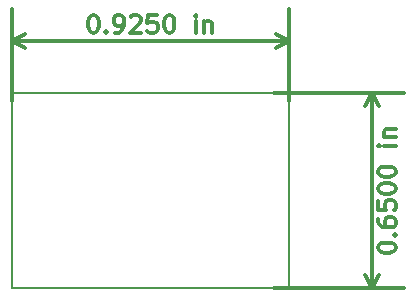
<source format=gbr>
G04 #@! TF.FileFunction,Drawing*
%FSLAX46Y46*%
G04 Gerber Fmt 4.6, Leading zero omitted, Abs format (unit mm)*
G04 Created by KiCad (PCBNEW 4.0.0-rc1-stable) date 11/30/2015 5:11:31 PM*
%MOMM*%
G01*
G04 APERTURE LIST*
%ADD10C,0.100000*%
%ADD11C,0.300000*%
%ADD12C,0.150000*%
G04 APERTURE END LIST*
D10*
D11*
X140839644Y-96888571D02*
X140982501Y-96888571D01*
X141125358Y-96960000D01*
X141196787Y-97031429D01*
X141268216Y-97174286D01*
X141339644Y-97460000D01*
X141339644Y-97817143D01*
X141268216Y-98102857D01*
X141196787Y-98245714D01*
X141125358Y-98317143D01*
X140982501Y-98388571D01*
X140839644Y-98388571D01*
X140696787Y-98317143D01*
X140625358Y-98245714D01*
X140553930Y-98102857D01*
X140482501Y-97817143D01*
X140482501Y-97460000D01*
X140553930Y-97174286D01*
X140625358Y-97031429D01*
X140696787Y-96960000D01*
X140839644Y-96888571D01*
X141982501Y-98245714D02*
X142053929Y-98317143D01*
X141982501Y-98388571D01*
X141911072Y-98317143D01*
X141982501Y-98245714D01*
X141982501Y-98388571D01*
X142768215Y-98388571D02*
X143053930Y-98388571D01*
X143196787Y-98317143D01*
X143268215Y-98245714D01*
X143411073Y-98031429D01*
X143482501Y-97745714D01*
X143482501Y-97174286D01*
X143411073Y-97031429D01*
X143339644Y-96960000D01*
X143196787Y-96888571D01*
X142911073Y-96888571D01*
X142768215Y-96960000D01*
X142696787Y-97031429D01*
X142625358Y-97174286D01*
X142625358Y-97531429D01*
X142696787Y-97674286D01*
X142768215Y-97745714D01*
X142911073Y-97817143D01*
X143196787Y-97817143D01*
X143339644Y-97745714D01*
X143411073Y-97674286D01*
X143482501Y-97531429D01*
X144053929Y-97031429D02*
X144125358Y-96960000D01*
X144268215Y-96888571D01*
X144625358Y-96888571D01*
X144768215Y-96960000D01*
X144839644Y-97031429D01*
X144911072Y-97174286D01*
X144911072Y-97317143D01*
X144839644Y-97531429D01*
X143982501Y-98388571D01*
X144911072Y-98388571D01*
X146268215Y-96888571D02*
X145553929Y-96888571D01*
X145482500Y-97602857D01*
X145553929Y-97531429D01*
X145696786Y-97460000D01*
X146053929Y-97460000D01*
X146196786Y-97531429D01*
X146268215Y-97602857D01*
X146339643Y-97745714D01*
X146339643Y-98102857D01*
X146268215Y-98245714D01*
X146196786Y-98317143D01*
X146053929Y-98388571D01*
X145696786Y-98388571D01*
X145553929Y-98317143D01*
X145482500Y-98245714D01*
X147268214Y-96888571D02*
X147411071Y-96888571D01*
X147553928Y-96960000D01*
X147625357Y-97031429D01*
X147696786Y-97174286D01*
X147768214Y-97460000D01*
X147768214Y-97817143D01*
X147696786Y-98102857D01*
X147625357Y-98245714D01*
X147553928Y-98317143D01*
X147411071Y-98388571D01*
X147268214Y-98388571D01*
X147125357Y-98317143D01*
X147053928Y-98245714D01*
X146982500Y-98102857D01*
X146911071Y-97817143D01*
X146911071Y-97460000D01*
X146982500Y-97174286D01*
X147053928Y-97031429D01*
X147125357Y-96960000D01*
X147268214Y-96888571D01*
X149553928Y-98388571D02*
X149553928Y-97388571D01*
X149553928Y-96888571D02*
X149482499Y-96960000D01*
X149553928Y-97031429D01*
X149625356Y-96960000D01*
X149553928Y-96888571D01*
X149553928Y-97031429D01*
X150268214Y-97388571D02*
X150268214Y-98388571D01*
X150268214Y-97531429D02*
X150339642Y-97460000D01*
X150482500Y-97388571D01*
X150696785Y-97388571D01*
X150839642Y-97460000D01*
X150911071Y-97602857D01*
X150911071Y-98388571D01*
X133985000Y-99060000D02*
X157480000Y-99060000D01*
X133985000Y-104140000D02*
X133985000Y-96360000D01*
X157480000Y-104140000D02*
X157480000Y-96360000D01*
X157480000Y-99060000D02*
X156353496Y-99646421D01*
X157480000Y-99060000D02*
X156353496Y-98473579D01*
X133985000Y-99060000D02*
X135111504Y-99646421D01*
X133985000Y-99060000D02*
X135111504Y-98473579D01*
X164993571Y-116652856D02*
X164993571Y-116509999D01*
X165065000Y-116367142D01*
X165136429Y-116295713D01*
X165279286Y-116224284D01*
X165565000Y-116152856D01*
X165922143Y-116152856D01*
X166207857Y-116224284D01*
X166350714Y-116295713D01*
X166422143Y-116367142D01*
X166493571Y-116509999D01*
X166493571Y-116652856D01*
X166422143Y-116795713D01*
X166350714Y-116867142D01*
X166207857Y-116938570D01*
X165922143Y-117009999D01*
X165565000Y-117009999D01*
X165279286Y-116938570D01*
X165136429Y-116867142D01*
X165065000Y-116795713D01*
X164993571Y-116652856D01*
X166350714Y-115509999D02*
X166422143Y-115438571D01*
X166493571Y-115509999D01*
X166422143Y-115581428D01*
X166350714Y-115509999D01*
X166493571Y-115509999D01*
X164993571Y-114152856D02*
X164993571Y-114438570D01*
X165065000Y-114581427D01*
X165136429Y-114652856D01*
X165350714Y-114795713D01*
X165636429Y-114867142D01*
X166207857Y-114867142D01*
X166350714Y-114795713D01*
X166422143Y-114724285D01*
X166493571Y-114581427D01*
X166493571Y-114295713D01*
X166422143Y-114152856D01*
X166350714Y-114081427D01*
X166207857Y-114009999D01*
X165850714Y-114009999D01*
X165707857Y-114081427D01*
X165636429Y-114152856D01*
X165565000Y-114295713D01*
X165565000Y-114581427D01*
X165636429Y-114724285D01*
X165707857Y-114795713D01*
X165850714Y-114867142D01*
X164993571Y-112652856D02*
X164993571Y-113367142D01*
X165707857Y-113438571D01*
X165636429Y-113367142D01*
X165565000Y-113224285D01*
X165565000Y-112867142D01*
X165636429Y-112724285D01*
X165707857Y-112652856D01*
X165850714Y-112581428D01*
X166207857Y-112581428D01*
X166350714Y-112652856D01*
X166422143Y-112724285D01*
X166493571Y-112867142D01*
X166493571Y-113224285D01*
X166422143Y-113367142D01*
X166350714Y-113438571D01*
X164993571Y-111652857D02*
X164993571Y-111510000D01*
X165065000Y-111367143D01*
X165136429Y-111295714D01*
X165279286Y-111224285D01*
X165565000Y-111152857D01*
X165922143Y-111152857D01*
X166207857Y-111224285D01*
X166350714Y-111295714D01*
X166422143Y-111367143D01*
X166493571Y-111510000D01*
X166493571Y-111652857D01*
X166422143Y-111795714D01*
X166350714Y-111867143D01*
X166207857Y-111938571D01*
X165922143Y-112010000D01*
X165565000Y-112010000D01*
X165279286Y-111938571D01*
X165136429Y-111867143D01*
X165065000Y-111795714D01*
X164993571Y-111652857D01*
X164993571Y-110224286D02*
X164993571Y-110081429D01*
X165065000Y-109938572D01*
X165136429Y-109867143D01*
X165279286Y-109795714D01*
X165565000Y-109724286D01*
X165922143Y-109724286D01*
X166207857Y-109795714D01*
X166350714Y-109867143D01*
X166422143Y-109938572D01*
X166493571Y-110081429D01*
X166493571Y-110224286D01*
X166422143Y-110367143D01*
X166350714Y-110438572D01*
X166207857Y-110510000D01*
X165922143Y-110581429D01*
X165565000Y-110581429D01*
X165279286Y-110510000D01*
X165136429Y-110438572D01*
X165065000Y-110367143D01*
X164993571Y-110224286D01*
X166493571Y-107938572D02*
X165493571Y-107938572D01*
X164993571Y-107938572D02*
X165065000Y-108010001D01*
X165136429Y-107938572D01*
X165065000Y-107867144D01*
X164993571Y-107938572D01*
X165136429Y-107938572D01*
X165493571Y-107224286D02*
X166493571Y-107224286D01*
X165636429Y-107224286D02*
X165565000Y-107152858D01*
X165493571Y-107010000D01*
X165493571Y-106795715D01*
X165565000Y-106652858D01*
X165707857Y-106581429D01*
X166493571Y-106581429D01*
X164465000Y-120015000D02*
X164465000Y-103505000D01*
X156210000Y-120015000D02*
X167165000Y-120015000D01*
X156210000Y-103505000D02*
X167165000Y-103505000D01*
X164465000Y-103505000D02*
X165051421Y-104631504D01*
X164465000Y-103505000D02*
X163878579Y-104631504D01*
X164465000Y-120015000D02*
X165051421Y-118888496D01*
X164465000Y-120015000D02*
X163878579Y-118888496D01*
D12*
X157480000Y-103505000D02*
X154305000Y-103505000D01*
X154305000Y-120015000D02*
X157480000Y-120015000D01*
X133985000Y-120015000D02*
X133985000Y-103505000D01*
X154305000Y-120015000D02*
X133985000Y-120015000D01*
X157480000Y-103505000D02*
X157480000Y-120015000D01*
X133985000Y-103505000D02*
X154305000Y-103505000D01*
M02*

</source>
